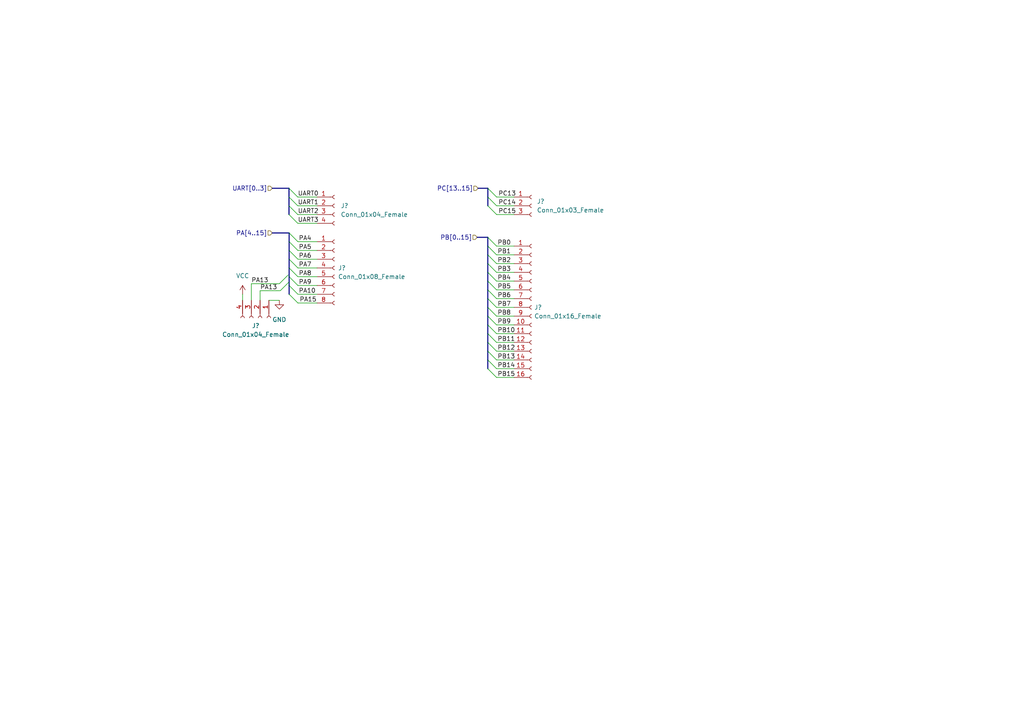
<source format=kicad_sch>
(kicad_sch (version 20211123) (generator eeschema)
  (paper "A4")
  (lib_symbols
    (symbol "Connector:Conn_01x03_Female" (pin_names (offset 1.016) hide)
      (property "Reference" "J" (at 0 5.08 0))
      (property "Value" "Conn_01x03_Female" (at 0 -5.08 0))
      (symbol "Conn_01x03_Female_1_1"
        (arc (start 0 -2.032) (mid -0.508 -2.54) (end 0 -3.048) (stroke (width 0.1524)))
        (polyline (pts (xy -1.27 -2.54) (xy -0.508 -2.54)) (stroke (width 0.1524)))
        (polyline (pts (xy -1.27 0) (xy -0.508 0)) (stroke (width 0.1524)))
        (polyline (pts (xy -1.27 2.54) (xy -0.508 2.54)) (stroke (width 0.1524)))
        (arc (start 0 0.508) (mid -0.508 0) (end 0 -0.508) (stroke (width 0.1524)))
        (arc (start 0 3.048) (mid -0.508 2.54) (end 0 2.032) (stroke (width 0.1524)))
        (pin passive line (at -5.08 2.54 0) (length 3.81) (name "Pin_1") (number "1"))
        (pin passive line (at -5.08 0 0) (length 3.81) (name "Pin_2") (number "2"))
        (pin passive line (at -5.08 -2.54 0) (length 3.81) (name "Pin_3") (number "3"))
      )
    )
    (symbol "Connector:Conn_01x04_Female" (pin_names (offset 1.016) hide)
      (property "Reference" "J" (at 0 5.08 0))
      (property "Value" "Conn_01x04_Female" (at 0 -7.62 0))
      (symbol "Conn_01x04_Female_1_1"
        (arc (start 0 -4.572) (mid -0.508 -5.08) (end 0 -5.588) (stroke (width 0.1524)))
        (arc (start 0 -2.032) (mid -0.508 -2.54) (end 0 -3.048) (stroke (width 0.1524)))
        (polyline (pts (xy -1.27 -5.08) (xy -0.508 -5.08)) (stroke (width 0.1524)))
        (polyline (pts (xy -1.27 -2.54) (xy -0.508 -2.54)) (stroke (width 0.1524)))
        (polyline (pts (xy -1.27 0) (xy -0.508 0)) (stroke (width 0.1524)))
        (polyline (pts (xy -1.27 2.54) (xy -0.508 2.54)) (stroke (width 0.1524)))
        (arc (start 0 0.508) (mid -0.508 0) (end 0 -0.508) (stroke (width 0.1524)))
        (arc (start 0 3.048) (mid -0.508 2.54) (end 0 2.032) (stroke (width 0.1524)))
        (pin passive line (at -5.08 2.54 0) (length 3.81) (name "Pin_1") (number "1"))
        (pin passive line (at -5.08 0 0) (length 3.81) (name "Pin_2") (number "2"))
        (pin passive line (at -5.08 -2.54 0) (length 3.81) (name "Pin_3") (number "3"))
        (pin passive line (at -5.08 -5.08 0) (length 3.81) (name "Pin_4") (number "4"))
      )
    )
    (symbol "Connector:Conn_01x08_Female" (pin_names (offset 1.016) hide)
      (property "Reference" "J" (at 0 10.16 0))
      (property "Value" "Conn_01x08_Female" (at 0 -12.7 0))
      (symbol "Conn_01x08_Female_1_1"
        (arc (start 0 -9.652) (mid -0.508 -10.16) (end 0 -10.668) (stroke (width 0.1524)))
        (arc (start 0 -7.112) (mid -0.508 -7.62) (end 0 -8.128) (stroke (width 0.1524)))
        (arc (start 0 -4.572) (mid -0.508 -5.08) (end 0 -5.588) (stroke (width 0.1524)))
        (arc (start 0 -2.032) (mid -0.508 -2.54) (end 0 -3.048) (stroke (width 0.1524)))
        (polyline (pts (xy -1.27 -10.16) (xy -0.508 -10.16)) (stroke (width 0.1524)))
        (polyline (pts (xy -1.27 -7.62) (xy -0.508 -7.62)) (stroke (width 0.1524)))
        (polyline (pts (xy -1.27 -5.08) (xy -0.508 -5.08)) (stroke (width 0.1524)))
        (polyline (pts (xy -1.27 -2.54) (xy -0.508 -2.54)) (stroke (width 0.1524)))
        (polyline (pts (xy -1.27 0) (xy -0.508 0)) (stroke (width 0.1524)))
        (polyline (pts (xy -1.27 2.54) (xy -0.508 2.54)) (stroke (width 0.1524)))
        (polyline (pts (xy -1.27 5.08) (xy -0.508 5.08)) (stroke (width 0.1524)))
        (polyline (pts (xy -1.27 7.62) (xy -0.508 7.62)) (stroke (width 0.1524)))
        (arc (start 0 0.508) (mid -0.508 0) (end 0 -0.508) (stroke (width 0.1524)))
        (arc (start 0 3.048) (mid -0.508 2.54) (end 0 2.032) (stroke (width 0.1524)))
        (arc (start 0 5.588) (mid -0.508 5.08) (end 0 4.572) (stroke (width 0.1524)))
        (arc (start 0 8.128) (mid -0.508 7.62) (end 0 7.112) (stroke (width 0.1524)))
        (pin passive line (at -5.08 7.62 0) (length 3.81) (name "Pin_1") (number "1"))
        (pin passive line (at -5.08 5.08 0) (length 3.81) (name "Pin_2") (number "2"))
        (pin passive line (at -5.08 2.54 0) (length 3.81) (name "Pin_3") (number "3"))
        (pin passive line (at -5.08 0 0) (length 3.81) (name "Pin_4") (number "4"))
        (pin passive line (at -5.08 -2.54 0) (length 3.81) (name "Pin_5") (number "5"))
        (pin passive line (at -5.08 -5.08 0) (length 3.81) (name "Pin_6") (number "6"))
        (pin passive line (at -5.08 -7.62 0) (length 3.81) (name "Pin_7") (number "7"))
        (pin passive line (at -5.08 -10.16 0) (length 3.81) (name "Pin_8") (number "8"))
      )
    )
    (symbol "Connector:Conn_01x16_Female" (pin_names (offset 1.016) hide)
      (property "Reference" "J" (at 0 20.32 0))
      (property "Value" "Conn_01x16_Female" (at 0 -22.86 0))
      (symbol "Conn_01x16_Female_1_1"
        (arc (start 0 -19.812) (mid -0.508 -20.32) (end 0 -20.828) (stroke (width 0.1524)))
        (arc (start 0 -17.272) (mid -0.508 -17.78) (end 0 -18.288) (stroke (width 0.1524)))
        (arc (start 0 -14.732) (mid -0.508 -15.24) (end 0 -15.748) (stroke (width 0.1524)))
        (arc (start 0 -12.192) (mid -0.508 -12.7) (end 0 -13.208) (stroke (width 0.1524)))
        (arc (start 0 -9.652) (mid -0.508 -10.16) (end 0 -10.668) (stroke (width 0.1524)))
        (arc (start 0 -7.112) (mid -0.508 -7.62) (end 0 -8.128) (stroke (width 0.1524)))
        (arc (start 0 -4.572) (mid -0.508 -5.08) (end 0 -5.588) (stroke (width 0.1524)))
        (arc (start 0 -2.032) (mid -0.508 -2.54) (end 0 -3.048) (stroke (width 0.1524)))
        (polyline (pts (xy -1.27 -20.32) (xy -0.508 -20.32)) (stroke (width 0.1524)))
        (polyline (pts (xy -1.27 -17.78) (xy -0.508 -17.78)) (stroke (width 0.1524)))
        (polyline (pts (xy -1.27 -15.24) (xy -0.508 -15.24)) (stroke (width 0.1524)))
        (polyline (pts (xy -1.27 -12.7) (xy -0.508 -12.7)) (stroke (width 0.1524)))
        (polyline (pts (xy -1.27 -10.16) (xy -0.508 -10.16)) (stroke (width 0.1524)))
        (polyline (pts (xy -1.27 -7.62) (xy -0.508 -7.62)) (stroke (width 0.1524)))
        (polyline (pts (xy -1.27 -5.08) (xy -0.508 -5.08)) (stroke (width 0.1524)))
        (polyline (pts (xy -1.27 -2.54) (xy -0.508 -2.54)) (stroke (width 0.1524)))
        (polyline (pts (xy -1.27 0) (xy -0.508 0)) (stroke (width 0.1524)))
        (polyline (pts (xy -1.27 2.54) (xy -0.508 2.54)) (stroke (width 0.1524)))
        (polyline (pts (xy -1.27 5.08) (xy -0.508 5.08)) (stroke (width 0.1524)))
        (polyline (pts (xy -1.27 7.62) (xy -0.508 7.62)) (stroke (width 0.1524)))
        (polyline (pts (xy -1.27 10.16) (xy -0.508 10.16)) (stroke (width 0.1524)))
        (polyline (pts (xy -1.27 12.7) (xy -0.508 12.7)) (stroke (width 0.1524)))
        (polyline (pts (xy -1.27 15.24) (xy -0.508 15.24)) (stroke (width 0.1524)))
        (polyline (pts (xy -1.27 17.78) (xy -0.508 17.78)) (stroke (width 0.1524)))
        (arc (start 0 0.508) (mid -0.508 0) (end 0 -0.508) (stroke (width 0.1524)))
        (arc (start 0 3.048) (mid -0.508 2.54) (end 0 2.032) (stroke (width 0.1524)))
        (arc (start 0 5.588) (mid -0.508 5.08) (end 0 4.572) (stroke (width 0.1524)))
        (arc (start 0 8.128) (mid -0.508 7.62) (end 0 7.112) (stroke (width 0.1524)))
        (arc (start 0 10.668) (mid -0.508 10.16) (end 0 9.652) (stroke (width 0.1524)))
        (arc (start 0 13.208) (mid -0.508 12.7) (end 0 12.192) (stroke (width 0.1524)))
        (arc (start 0 15.748) (mid -0.508 15.24) (end 0 14.732) (stroke (width 0.1524)))
        (arc (start 0 18.288) (mid -0.508 17.78) (end 0 17.272) (stroke (width 0.1524)))
        (pin passive line (at -5.08 17.78 0) (length 3.81) (name "Pin_1") (number "1"))
        (pin passive line (at -5.08 -5.08 0) (length 3.81) (name "Pin_10") (number "10"))
        (pin passive line (at -5.08 -7.62 0) (length 3.81) (name "Pin_11") (number "11"))
        (pin passive line (at -5.08 -10.16 0) (length 3.81) (name "Pin_12") (number "12"))
        (pin passive line (at -5.08 -12.7 0) (length 3.81) (name "Pin_13") (number "13"))
        (pin passive line (at -5.08 -15.24 0) (length 3.81) (name "Pin_14") (number "14"))
        (pin passive line (at -5.08 -17.78 0) (length 3.81) (name "Pin_15") (number "15"))
        (pin passive line (at -5.08 -20.32 0) (length 3.81) (name "Pin_16") (number "16"))
        (pin passive line (at -5.08 15.24 0) (length 3.81) (name "Pin_2") (number "2"))
        (pin passive line (at -5.08 12.7 0) (length 3.81) (name "Pin_3") (number "3"))
        (pin passive line (at -5.08 10.16 0) (length 3.81) (name "Pin_4") (number "4"))
        (pin passive line (at -5.08 7.62 0) (length 3.81) (name "Pin_5") (number "5"))
        (pin passive line (at -5.08 5.08 0) (length 3.81) (name "Pin_6") (number "6"))
        (pin passive line (at -5.08 2.54 0) (length 3.81) (name "Pin_7") (number "7"))
        (pin passive line (at -5.08 0 0) (length 3.81) (name "Pin_8") (number "8"))
        (pin passive line (at -5.08 -2.54 0) (length 3.81) (name "Pin_9") (number "9"))
      )
    )
    (symbol "power:GND" (power) (pin_names (offset 0))
      (property "Value" "GND" (at 0 -3.81 0))
      (symbol "GND_0_1"
        (polyline (pts (xy 0 0) (xy 0 -1.27) (xy 1.27 -1.27) (xy 0 -2.54) (xy -1.27 -1.27) (xy 0 -1.27)))
      )
      (symbol "GND_1_1"
        (pin power_in line (at 0 0 270) (length 0) hide (name "GND") (number "1"))
      )
    )
    (symbol "power:VCC" (power) (pin_names (offset 0))
      (property "Value" "VCC" (at 0 3.81 0))
      (symbol "VCC_0_1"
        (polyline (pts (xy -0.762 1.27) (xy 0 2.54)))
        (polyline (pts (xy 0 0) (xy 0 2.54)))
        (polyline (pts (xy 0 2.54) (xy 0.762 1.27)))
      )
      (symbol "VCC_1_1"
        (pin power_in line (at 0 0 90) (length 0) hide (name "VCC") (number "1"))
      )
    )
  )
  (bus_entry (at 83.82 54.61) (size 2.54 2.54))
  (bus_entry (at 141.478 94.234) (size 2.54 2.54))
  (bus_entry (at 141.4941 57.15) (size 2.54 2.54))
  (bus_entry (at 141.478 84.074) (size 2.54 2.54))
  (bus_entry (at 141.4941 54.61) (size 2.54 2.54))
  (bus_entry (at 141.478 76.454) (size 2.54 2.54))
  (bus_entry (at 141.478 104.394) (size 2.54 2.54))
  (bus_entry (at 83.8628 77.724) (size 2.54 2.54))
  (bus_entry (at 141.478 101.854) (size 2.54 2.54))
  (bus_entry (at 141.478 91.694) (size 2.54 2.54))
  (bus_entry (at 83.8628 80.264) (size 2.54 2.54))
  (bus_entry (at 83.8628 85.344) (size 2.54 2.54))
  (bus_entry (at 141.4941 59.69) (size 2.54 2.54))
  (bus_entry (at 83.566 79.756) (size -2.54 2.54))
  (bus_entry (at 141.478 99.314) (size 2.54 2.54))
  (bus_entry (at 83.82 57.15) (size 2.54 2.54))
  (bus_entry (at 83.8628 72.644) (size 2.54 2.54))
  (bus_entry (at 83.8628 70.104) (size 2.54 2.54))
  (bus_entry (at 83.8628 67.564) (size 2.54 2.54))
  (bus_entry (at 83.82 81.788) (size -2.54 2.54))
  (bus_entry (at 141.478 71.374) (size 2.54 2.54))
  (bus_entry (at 141.478 106.934) (size 2.54 2.54))
  (bus_entry (at 83.82 59.69) (size 2.54 2.54))
  (bus_entry (at 141.478 68.834) (size 2.54 2.54))
  (bus_entry (at 141.478 78.994) (size 2.54 2.54))
  (bus_entry (at 141.478 96.774) (size 2.54 2.54))
  (bus_entry (at 83.82 62.23) (size 2.54 2.54))
  (bus_entry (at 141.478 73.914) (size 2.54 2.54))
  (bus_entry (at 141.478 89.154) (size 2.54 2.54))
  (bus_entry (at 83.8628 75.184) (size 2.54 2.54))
  (bus_entry (at 83.8628 82.804) (size 2.54 2.54))
  (bus_entry (at 141.478 81.534) (size 2.54 2.54))
  (bus_entry (at 141.478 86.614) (size 2.54 2.54))
  (bus (pts (xy 141.478 91.694) (xy 141.478 94.234)))
  (wire (pts (xy 86.36 62.23) (xy 91.948 62.23)))
  (wire (pts (xy 144.018 86.614) (xy 149.098 86.614)))
  (wire (pts (xy 144.0341 59.69) (xy 149.098 59.69)))
  (bus (pts (xy 141.478 71.374) (xy 141.478 73.914)))
  (wire (pts (xy 144.018 109.474) (xy 149.098 109.474)))
  (bus (pts (xy 83.8628 75.184) (xy 83.8628 77.724)))
  (bus (pts (xy 138.684 54.61) (xy 141.4941 54.61)))
  (wire (pts (xy 86.4028 87.884) (xy 91.948 87.884)))
  (wire (pts (xy 75.438 84.328) (xy 75.438 87.122)))
  (wire (pts (xy 86.4028 85.344) (xy 91.948 85.344)))
  (bus (pts (xy 141.478 81.534) (xy 141.478 84.074)))
  (wire (pts (xy 86.36 57.15) (xy 91.948 57.15)))
  (wire (pts (xy 144.0341 62.23) (xy 149.098 62.23)))
  (wire (pts (xy 144.018 99.314) (xy 149.098 99.314)))
  (bus (pts (xy 83.8628 80.264) (xy 83.8628 82.804)))
  (bus (pts (xy 83.8628 67.564) (xy 83.8628 70.104)))
  (wire (pts (xy 144.018 104.394) (xy 149.098 104.394)))
  (bus (pts (xy 83.82 59.69) (xy 83.82 62.23)))
  (wire (pts (xy 144.018 101.854) (xy 149.098 101.854)))
  (wire (pts (xy 144.018 76.454) (xy 149.098 76.454)))
  (wire (pts (xy 70.358 85.344) (xy 70.358 87.122)))
  (bus (pts (xy 141.478 96.774) (xy 141.478 99.314)))
  (bus (pts (xy 141.478 94.234) (xy 141.478 96.774)))
  (bus (pts (xy 141.478 68.834) (xy 141.478 71.374)))
  (bus (pts (xy 141.478 86.614) (xy 141.478 89.154)))
  (wire (pts (xy 144.018 91.694) (xy 149.098 91.694)))
  (wire (pts (xy 86.4028 77.724) (xy 91.948 77.724)))
  (bus (pts (xy 78.994 54.61) (xy 83.82 54.61)))
  (bus (pts (xy 83.82 57.15) (xy 83.82 59.69)))
  (wire (pts (xy 144.018 78.994) (xy 149.098 78.994)))
  (wire (pts (xy 144.018 94.234) (xy 149.098 94.234)))
  (wire (pts (xy 144.018 96.774) (xy 149.098 96.774)))
  (bus (pts (xy 141.478 89.154) (xy 141.478 91.694)))
  (bus (pts (xy 138.43 68.834) (xy 141.478 68.834)))
  (wire (pts (xy 86.4028 70.104) (xy 91.948 70.104)))
  (wire (pts (xy 144.018 106.934) (xy 149.098 106.934)))
  (wire (pts (xy 86.4028 82.804) (xy 91.948 82.804)))
  (wire (pts (xy 144.018 71.374) (xy 149.098 71.374)))
  (bus (pts (xy 83.8628 70.104) (xy 83.8628 72.644)))
  (wire (pts (xy 144.018 89.154) (xy 149.098 89.154)))
  (wire (pts (xy 144.018 73.914) (xy 149.098 73.914)))
  (wire (pts (xy 144.018 81.534) (xy 149.098 81.534)))
  (bus (pts (xy 83.8628 77.724) (xy 83.8628 80.264)))
  (bus (pts (xy 141.478 84.074) (xy 141.478 86.614)))
  (bus (pts (xy 78.994 67.564) (xy 83.8628 67.564)))
  (bus (pts (xy 141.478 101.854) (xy 141.478 104.394)))
  (wire (pts (xy 86.4028 72.644) (xy 91.948 72.644)))
  (bus (pts (xy 141.478 76.454) (xy 141.478 78.994)))
  (wire (pts (xy 86.4028 75.184) (xy 91.948 75.184)))
  (wire (pts (xy 86.36 64.77) (xy 91.948 64.77)))
  (wire (pts (xy 144.0341 57.15) (xy 149.098 57.15)))
  (bus (pts (xy 141.478 73.914) (xy 141.478 76.454)))
  (wire (pts (xy 144.018 84.074) (xy 149.098 84.074)))
  (bus (pts (xy 83.8628 82.804) (xy 83.8628 85.344)))
  (wire (pts (xy 81.026 82.296) (xy 72.898 82.296)))
  (bus (pts (xy 141.478 104.394) (xy 141.478 106.934)))
  (wire (pts (xy 72.898 82.296) (xy 72.898 87.122)))
  (bus (pts (xy 141.4941 57.15) (xy 141.4941 59.69)))
  (bus (pts (xy 141.478 99.314) (xy 141.478 101.854)))
  (bus (pts (xy 141.478 78.994) (xy 141.478 81.534)))
  (wire (pts (xy 86.36 59.69) (xy 91.948 59.69)))
  (wire (pts (xy 81.28 84.328) (xy 75.438 84.328)))
  (wire (pts (xy 77.978 87.122) (xy 81.026 87.122)))
  (wire (pts (xy 86.4028 80.264) (xy 91.948 80.264)))
  (bus (pts (xy 83.82 54.61) (xy 83.82 57.15)))
  (bus (pts (xy 141.4941 54.61) (xy 141.4941 57.15)))
  (bus (pts (xy 83.8628 72.644) (xy 83.8628 75.184)))
  (label "PB9" (at 144.272 94.234 0))
  (label "PB13" (at 144.272 104.394 0))
  (label "PB15" (at 144.272 109.474 0))
  (label "UART1" (at 86.36 59.69 0))
  (label "PA13" (at 72.898 82.296 0))
  (label "PB1" (at 144.272 73.914 0))
  (label "PA5" (at 86.614 72.644 0))
  (label "PB10" (at 144.272 96.774 0))
  (label "UART2" (at 86.36 62.23 0))
  (label "PB8" (at 144.272 91.694 0))
  (label "PA13" (at 75.438 84.328 0))
  (label "PA7" (at 86.614 77.724 0))
  (label "UART3" (at 86.36 64.77 0))
  (label "PA6" (at 86.614 75.184 0))
  (label "PC14" (at 144.526 59.69 0))
  (label "PA8" (at 86.614 80.264 0))
  (label "PB3" (at 144.272 78.994 0))
  (label "UART0" (at 86.36 57.15 0))
  (label "PA15" (at 86.868 87.884 0))
  (label "PB14" (at 144.272 106.934 0))
  (label "PB5" (at 144.272 84.074 0))
  (label "PC13" (at 144.526 57.15 0))
  (label "PB12" (at 144.272 101.854 0))
  (label "PB7" (at 144.272 89.154 0))
  (label "PC15" (at 144.526 62.23 0))
  (label "PB0" (at 144.272 71.374 0))
  (label "PB2" (at 144.272 76.454 0))
  (label "PA4" (at 86.614 70.104 0))
  (label "PA10" (at 86.614 85.344 0))
  (label "PB6" (at 144.272 86.614 0))
  (label "PB4" (at 144.272 81.534 0))
  (label "PA9" (at 86.614 82.804 0))
  (label "PB11" (at 144.272 99.314 0))
  (hierarchical_label "UART[0..3]" (shape input) (at 78.994 54.61 180))
  (hierarchical_label "PA[4..15]" (shape input) (at 78.994 67.564 180))
  (hierarchical_label "PB[0..15]" (shape input) (at 138.43 68.834 180))
  (hierarchical_label "PC[13..15]" (shape input) (at 138.684 54.61 180))
  (symbol (lib_id "Connector:Conn_01x16_Female") (at 154.178 89.154 0) (unit 1)
    (property "Reference" "J?" (at 154.94 89.1539 0) (effects (justify left)))
    (property "Value" "Conn_01x16_Female" (at 154.94 91.6939 0) (effects (justify left)))
  )
  (symbol (lib_id "Connector:Conn_01x08_Female") (at 97.028 77.724 0) (unit 1)
    (property "Reference" "J?" (at 98.044 77.7239 0) (effects (justify left)))
    (property "Value" "Conn_01x08_Female" (at 98.044 80.2639 0) (effects (justify left)))
  )
  (symbol (lib_id "Connector:Conn_01x03_Female") (at 154.178 59.69 0) (unit 1)
    (property "Reference" "J?" (at 155.702 58.4199 0) (effects (justify left)))
    (property "Value" "Conn_01x03_Female" (at 155.702 60.9599 0) (effects (justify left)))
  )
  (symbol (lib_id "Connector:Conn_01x04_Female") (at 97.028 59.69 0) (unit 1)
    (property "Reference" "J?" (at 98.806 59.6899 0) (effects (justify left)))
    (property "Value" "Conn_01x04_Female" (at 98.806 62.2299 0) (effects (justify left)))
  )
  (symbol (lib_id "power:VCC") (at 70.358 85.344 0) (unit 1)
    (property "Reference" "#PWR?" (effects hide))
    (property "Value" "VCC" (at 70.358 80.01 0))
  )
  (symbol (lib_id "Connector:Conn_01x04_Female") (at 75.438 92.202 270) (unit 1)
    (property "Reference" "J?" (at 74.168 94.488 90))
    (property "Value" "Conn_01x04_Female" (at 74.168 97.028 90))
    (property "Footprint" "Connector_PinHeader_2.54mm:PinHeader_1x04_P2.54mm_Vertical" (effects hide))
  )
  (symbol (lib_id "power:GND") (at 81.026 87.122 0) (unit 1)
    (property "Reference" "#PWR?" (effects hide))
    (property "Value" "GND" (at 81.026 92.71 0))
  )
)
</source>
